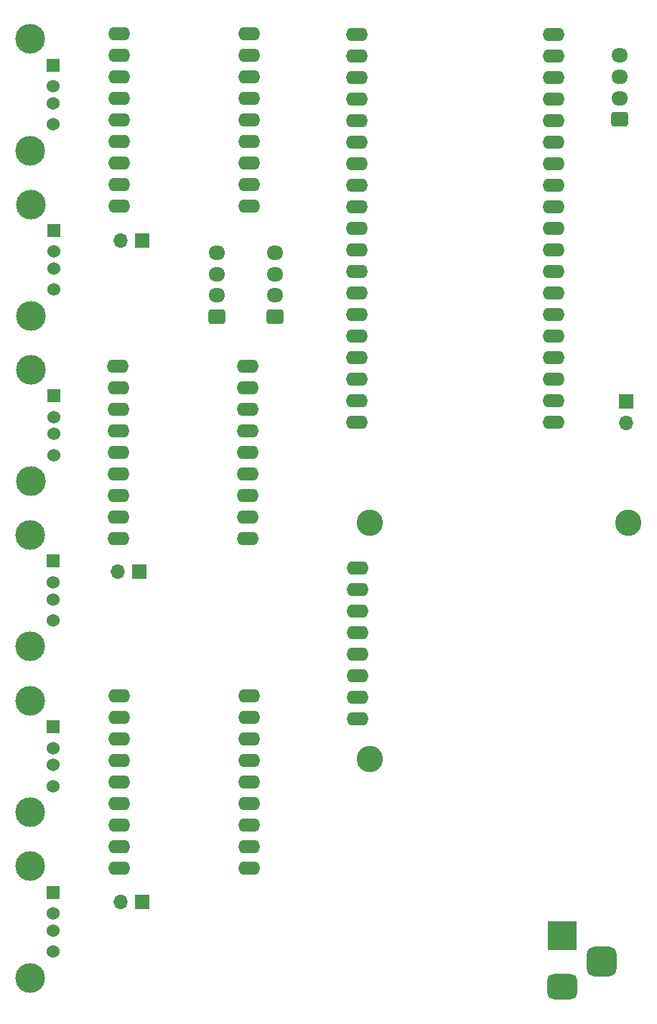
<source format=gbs>
G04 #@! TF.GenerationSoftware,KiCad,Pcbnew,8.0.1*
G04 #@! TF.CreationDate,2024-06-05T21:19:13+08:00*
G04 #@! TF.ProjectId,kicad-weight-scale-6-ch,6b696361-642d-4776-9569-6768742d7363,rev?*
G04 #@! TF.SameCoordinates,Original*
G04 #@! TF.FileFunction,Soldermask,Bot*
G04 #@! TF.FilePolarity,Negative*
%FSLAX46Y46*%
G04 Gerber Fmt 4.6, Leading zero omitted, Abs format (unit mm)*
G04 Created by KiCad (PCBNEW 8.0.1) date 2024-06-05 21:19:13*
%MOMM*%
%LPD*%
G01*
G04 APERTURE LIST*
G04 Aperture macros list*
%AMRoundRect*
0 Rectangle with rounded corners*
0 $1 Rounding radius*
0 $2 $3 $4 $5 $6 $7 $8 $9 X,Y pos of 4 corners*
0 Add a 4 corners polygon primitive as box body*
4,1,4,$2,$3,$4,$5,$6,$7,$8,$9,$2,$3,0*
0 Add four circle primitives for the rounded corners*
1,1,$1+$1,$2,$3*
1,1,$1+$1,$4,$5*
1,1,$1+$1,$6,$7*
1,1,$1+$1,$8,$9*
0 Add four rect primitives between the rounded corners*
20,1,$1+$1,$2,$3,$4,$5,0*
20,1,$1+$1,$4,$5,$6,$7,0*
20,1,$1+$1,$6,$7,$8,$9,0*
20,1,$1+$1,$8,$9,$2,$3,0*%
G04 Aperture macros list end*
%ADD10R,1.700000X1.700000*%
%ADD11O,1.700000X1.700000*%
%ADD12O,2.600000X1.600000*%
%ADD13R,1.524000X1.524000*%
%ADD14C,1.524000*%
%ADD15C,3.500000*%
%ADD16RoundRect,0.250000X0.725000X-0.600000X0.725000X0.600000X-0.725000X0.600000X-0.725000X-0.600000X0*%
%ADD17O,1.950000X1.700000*%
%ADD18C,3.100000*%
%ADD19R,3.500000X3.500000*%
%ADD20RoundRect,0.750000X1.000000X-0.750000X1.000000X0.750000X-1.000000X0.750000X-1.000000X-0.750000X0*%
%ADD21RoundRect,0.875000X0.875000X-0.875000X0.875000X0.875000X-0.875000X0.875000X-0.875000X-0.875000X0*%
G04 APERTURE END LIST*
D10*
X123395000Y-61700000D03*
D11*
X120855000Y-61700000D03*
D12*
X171900000Y-83110000D03*
X171900000Y-80570000D03*
X171900000Y-78030000D03*
X171900000Y-75490000D03*
X171900000Y-72950000D03*
X171900000Y-70410000D03*
X171900000Y-67870000D03*
X171900000Y-65330000D03*
X171900000Y-62790000D03*
X171900000Y-60250000D03*
X171900000Y-57710000D03*
X171900000Y-55170000D03*
X171900000Y-52630000D03*
X171900000Y-50090000D03*
X171900000Y-47550000D03*
X171900000Y-45010000D03*
X171900000Y-42470000D03*
X171900000Y-39930000D03*
X171900000Y-37390000D03*
X148740000Y-37390000D03*
X148740000Y-39930000D03*
X148740000Y-42470000D03*
X148740000Y-45010000D03*
X148740000Y-47550000D03*
X148740000Y-50090000D03*
X148740000Y-52630000D03*
X148740000Y-55170000D03*
X148740000Y-57710000D03*
X148740000Y-60250000D03*
X148740000Y-62790000D03*
X148740000Y-65330000D03*
X148740000Y-67870000D03*
X148740000Y-70410000D03*
X148740000Y-72950000D03*
X148740000Y-75490000D03*
X148740000Y-78030000D03*
X148740000Y-80570000D03*
X148740000Y-83110000D03*
D13*
X112977500Y-60500000D03*
D14*
X112977500Y-63000000D03*
X112977500Y-65000000D03*
X112977500Y-67500000D03*
D15*
X110267500Y-57430000D03*
X110267500Y-70570000D03*
D13*
X112960000Y-99500000D03*
D14*
X112960000Y-102000000D03*
X112960000Y-104000000D03*
X112960000Y-106500000D03*
D15*
X110250000Y-96430000D03*
X110250000Y-109570000D03*
D13*
X112960000Y-119050000D03*
D14*
X112960000Y-121550000D03*
X112960000Y-123550000D03*
X112960000Y-126050000D03*
D15*
X110250000Y-115980000D03*
X110250000Y-129120000D03*
D12*
X136000000Y-135700000D03*
X136000000Y-133160000D03*
X136000000Y-130620000D03*
X136000000Y-128080000D03*
X136000000Y-125540000D03*
X136000000Y-123000000D03*
X136000000Y-120460000D03*
X136000000Y-117920000D03*
X136000000Y-115380000D03*
X120680000Y-115380000D03*
X120720000Y-117920000D03*
X120720000Y-120460000D03*
X120720000Y-123000000D03*
X120720000Y-125540000D03*
X120720000Y-128080000D03*
X120720000Y-130620000D03*
X120720000Y-133160000D03*
X120720000Y-135700000D03*
X135880000Y-96820000D03*
X135880000Y-94280000D03*
X135880000Y-91740000D03*
X135880000Y-89200000D03*
X135880000Y-86660000D03*
X135880000Y-84120000D03*
X135880000Y-81580000D03*
X135880000Y-79040000D03*
X135880000Y-76500000D03*
X120560000Y-76500000D03*
X120600000Y-79040000D03*
X120600000Y-81580000D03*
X120600000Y-84120000D03*
X120600000Y-86660000D03*
X120600000Y-89200000D03*
X120600000Y-91740000D03*
X120600000Y-94280000D03*
X120600000Y-96820000D03*
D10*
X123395000Y-139700000D03*
D11*
X120855000Y-139700000D03*
D13*
X112960000Y-138550000D03*
D14*
X112960000Y-141050000D03*
X112960000Y-143050000D03*
X112960000Y-145550000D03*
D15*
X110250000Y-135480000D03*
X110250000Y-148620000D03*
D13*
X112960000Y-41020000D03*
D14*
X112960000Y-43520000D03*
X112960000Y-45520000D03*
X112960000Y-48020000D03*
D15*
X110250000Y-37950000D03*
X110250000Y-51090000D03*
D10*
X123120000Y-100700000D03*
D11*
X120580000Y-100700000D03*
D13*
X112977500Y-80000000D03*
D14*
X112977500Y-82500000D03*
X112977500Y-84500000D03*
X112977500Y-87000000D03*
D15*
X110267500Y-76930000D03*
X110267500Y-90070000D03*
D16*
X139050000Y-70650000D03*
D17*
X139050000Y-68150000D03*
X139050000Y-65650000D03*
X139050000Y-63150000D03*
D16*
X179725000Y-47400000D03*
D17*
X179725000Y-44900000D03*
X179725000Y-42400000D03*
X179725000Y-39900000D03*
D18*
X150220000Y-95000000D03*
X150220000Y-122800000D03*
X180720000Y-95000000D03*
D12*
X148780000Y-100340000D03*
X148780000Y-102880000D03*
X148780000Y-105420000D03*
X148780000Y-107960000D03*
X148780000Y-110500000D03*
X148780000Y-113040000D03*
X148780000Y-115580000D03*
X148780000Y-118120000D03*
D10*
X180450000Y-80675000D03*
D11*
X180450000Y-83215000D03*
D12*
X136000000Y-57660000D03*
X136000000Y-55120000D03*
X136000000Y-52580000D03*
X136000000Y-50040000D03*
X136000000Y-47500000D03*
X136000000Y-44960000D03*
X136000000Y-42420000D03*
X136000000Y-39880000D03*
X136000000Y-37340000D03*
X120680000Y-37340000D03*
X120720000Y-39880000D03*
X120720000Y-42420000D03*
X120720000Y-44960000D03*
X120720000Y-47500000D03*
X120720000Y-50040000D03*
X120720000Y-52580000D03*
X120720000Y-55120000D03*
X120720000Y-57660000D03*
D16*
X132200000Y-70650000D03*
D17*
X132200000Y-68150000D03*
X132200000Y-65650000D03*
X132200000Y-63150000D03*
D19*
X172922500Y-143700000D03*
D20*
X172922500Y-149700000D03*
D21*
X177622500Y-146700000D03*
M02*

</source>
